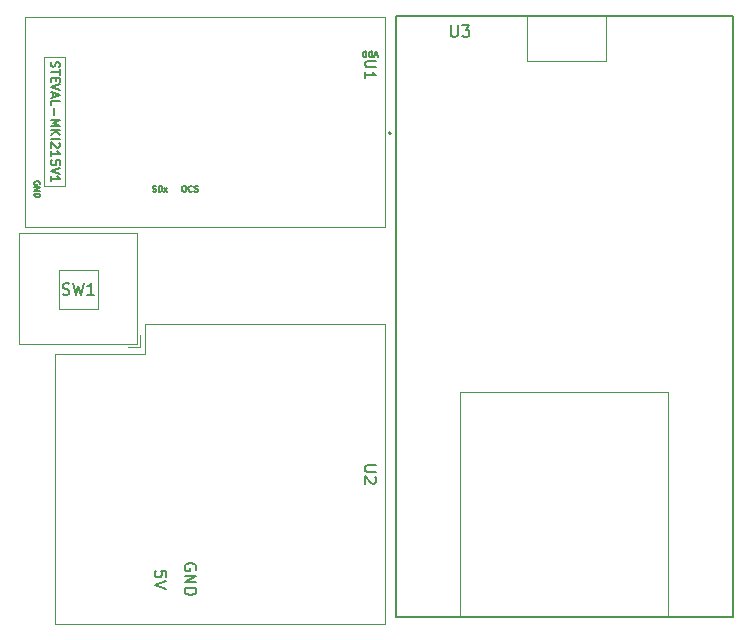
<source format=gto>
%TF.GenerationSoftware,KiCad,Pcbnew,(6.0.5)*%
%TF.CreationDate,2022-12-08T11:31:36+07:00*%
%TF.ProjectId,Device on bag,44657669-6365-4206-9f6e-206261672e6b,rev?*%
%TF.SameCoordinates,Original*%
%TF.FileFunction,Legend,Top*%
%TF.FilePolarity,Positive*%
%FSLAX46Y46*%
G04 Gerber Fmt 4.6, Leading zero omitted, Abs format (unit mm)*
G04 Created by KiCad (PCBNEW (6.0.5)) date 2022-12-08 11:31:36*
%MOMM*%
%LPD*%
G01*
G04 APERTURE LIST*
%ADD10C,0.150000*%
%ADD11C,0.127000*%
%ADD12C,0.120000*%
%ADD13C,0.200000*%
%ADD14C,1.905000*%
%ADD15R,1.800000X1.800000*%
%ADD16C,1.800000*%
%ADD17C,3.000000*%
%ADD18R,1.879600X1.879600*%
%ADD19C,1.879600*%
%ADD20R,2.000000X2.000000*%
%ADD21C,2.000000*%
G04 APERTURE END LIST*
D10*
%TO.C,U2*%
X136437619Y-91948095D02*
X135628095Y-91948095D01*
X135532857Y-91995714D01*
X135485238Y-92043333D01*
X135437619Y-92138571D01*
X135437619Y-92329047D01*
X135485238Y-92424285D01*
X135532857Y-92471904D01*
X135628095Y-92519523D01*
X136437619Y-92519523D01*
X136342380Y-92948095D02*
X136390000Y-92995714D01*
X136437619Y-93090952D01*
X136437619Y-93329047D01*
X136390000Y-93424285D01*
X136342380Y-93471904D01*
X136247142Y-93519523D01*
X136151904Y-93519523D01*
X136009047Y-93471904D01*
X135437619Y-92900476D01*
X135437619Y-93519523D01*
X121150000Y-100838095D02*
X121197619Y-100742857D01*
X121197619Y-100600000D01*
X121150000Y-100457142D01*
X121054761Y-100361904D01*
X120959523Y-100314285D01*
X120769047Y-100266666D01*
X120626190Y-100266666D01*
X120435714Y-100314285D01*
X120340476Y-100361904D01*
X120245238Y-100457142D01*
X120197619Y-100600000D01*
X120197619Y-100695238D01*
X120245238Y-100838095D01*
X120292857Y-100885714D01*
X120626190Y-100885714D01*
X120626190Y-100695238D01*
X120197619Y-101314285D02*
X121197619Y-101314285D01*
X120197619Y-101885714D01*
X121197619Y-101885714D01*
X120197619Y-102361904D02*
X121197619Y-102361904D01*
X121197619Y-102600000D01*
X121150000Y-102742857D01*
X121054761Y-102838095D01*
X120959523Y-102885714D01*
X120769047Y-102933333D01*
X120626190Y-102933333D01*
X120435714Y-102885714D01*
X120340476Y-102838095D01*
X120245238Y-102742857D01*
X120197619Y-102600000D01*
X120197619Y-102361904D01*
X118657619Y-101409523D02*
X118657619Y-100933333D01*
X118181428Y-100885714D01*
X118229047Y-100933333D01*
X118276666Y-101028571D01*
X118276666Y-101266666D01*
X118229047Y-101361904D01*
X118181428Y-101409523D01*
X118086190Y-101457142D01*
X117848095Y-101457142D01*
X117752857Y-101409523D01*
X117705238Y-101361904D01*
X117657619Y-101266666D01*
X117657619Y-101028571D01*
X117705238Y-100933333D01*
X117752857Y-100885714D01*
X118657619Y-101742857D02*
X117657619Y-102076190D01*
X118657619Y-102409523D01*
%TO.C,SW1*%
X109881666Y-77492261D02*
X110024523Y-77539880D01*
X110262619Y-77539880D01*
X110357857Y-77492261D01*
X110405476Y-77444642D01*
X110453095Y-77349404D01*
X110453095Y-77254166D01*
X110405476Y-77158928D01*
X110357857Y-77111309D01*
X110262619Y-77063690D01*
X110072142Y-77016071D01*
X109976904Y-76968452D01*
X109929285Y-76920833D01*
X109881666Y-76825595D01*
X109881666Y-76730357D01*
X109929285Y-76635119D01*
X109976904Y-76587500D01*
X110072142Y-76539880D01*
X110310238Y-76539880D01*
X110453095Y-76587500D01*
X110786428Y-76539880D02*
X111024523Y-77539880D01*
X111215000Y-76825595D01*
X111405476Y-77539880D01*
X111643571Y-76539880D01*
X112548333Y-77539880D02*
X111976904Y-77539880D01*
X112262619Y-77539880D02*
X112262619Y-76539880D01*
X112167380Y-76682738D01*
X112072142Y-76777976D01*
X111976904Y-76825595D01*
%TO.C,*%
D11*
%TO.C,U1*%
X136376833Y-57742666D02*
X135657166Y-57742666D01*
X135572500Y-57785000D01*
X135530166Y-57827333D01*
X135487833Y-57912000D01*
X135487833Y-58081333D01*
X135530166Y-58166000D01*
X135572500Y-58208333D01*
X135657166Y-58250666D01*
X136376833Y-58250666D01*
X135487833Y-59139666D02*
X135487833Y-58631666D01*
X135487833Y-58885666D02*
X136376833Y-58885666D01*
X136249833Y-58801000D01*
X136165166Y-58716333D01*
X136122833Y-58631666D01*
X136567333Y-57428190D02*
X136398000Y-56920190D01*
X136228666Y-57428190D01*
X136059333Y-56920190D02*
X136059333Y-57428190D01*
X135938380Y-57428190D01*
X135865809Y-57404000D01*
X135817428Y-57355619D01*
X135793238Y-57307238D01*
X135769047Y-57210476D01*
X135769047Y-57137904D01*
X135793238Y-57041142D01*
X135817428Y-56992761D01*
X135865809Y-56944380D01*
X135938380Y-56920190D01*
X136059333Y-56920190D01*
X135551333Y-56920190D02*
X135551333Y-57428190D01*
X135430380Y-57428190D01*
X135357809Y-57404000D01*
X135309428Y-57355619D01*
X135285238Y-57307238D01*
X135261047Y-57210476D01*
X135261047Y-57137904D01*
X135285238Y-57041142D01*
X135309428Y-56992761D01*
X135357809Y-56944380D01*
X135430380Y-56920190D01*
X135551333Y-56920190D01*
X117505238Y-68785619D02*
X117577809Y-68809809D01*
X117698761Y-68809809D01*
X117747142Y-68785619D01*
X117771333Y-68761428D01*
X117795523Y-68713047D01*
X117795523Y-68664666D01*
X117771333Y-68616285D01*
X117747142Y-68592095D01*
X117698761Y-68567904D01*
X117602000Y-68543714D01*
X117553619Y-68519523D01*
X117529428Y-68495333D01*
X117505238Y-68446952D01*
X117505238Y-68398571D01*
X117529428Y-68350190D01*
X117553619Y-68326000D01*
X117602000Y-68301809D01*
X117722952Y-68301809D01*
X117795523Y-68326000D01*
X118013238Y-68809809D02*
X118013238Y-68301809D01*
X118134190Y-68301809D01*
X118206761Y-68326000D01*
X118255142Y-68374380D01*
X118279333Y-68422761D01*
X118303523Y-68519523D01*
X118303523Y-68592095D01*
X118279333Y-68688857D01*
X118255142Y-68737238D01*
X118206761Y-68785619D01*
X118134190Y-68809809D01*
X118013238Y-68809809D01*
X118472857Y-68809809D02*
X118738952Y-68471142D01*
X118472857Y-68471142D02*
X118738952Y-68809809D01*
X120105714Y-68301809D02*
X120202476Y-68301809D01*
X120250857Y-68326000D01*
X120299238Y-68374380D01*
X120323428Y-68471142D01*
X120323428Y-68640476D01*
X120299238Y-68737238D01*
X120250857Y-68785619D01*
X120202476Y-68809809D01*
X120105714Y-68809809D01*
X120057333Y-68785619D01*
X120008952Y-68737238D01*
X119984761Y-68640476D01*
X119984761Y-68471142D01*
X120008952Y-68374380D01*
X120057333Y-68326000D01*
X120105714Y-68301809D01*
X120831428Y-68761428D02*
X120807238Y-68785619D01*
X120734666Y-68809809D01*
X120686285Y-68809809D01*
X120613714Y-68785619D01*
X120565333Y-68737238D01*
X120541142Y-68688857D01*
X120516952Y-68592095D01*
X120516952Y-68519523D01*
X120541142Y-68422761D01*
X120565333Y-68374380D01*
X120613714Y-68326000D01*
X120686285Y-68301809D01*
X120734666Y-68301809D01*
X120807238Y-68326000D01*
X120831428Y-68350190D01*
X121024952Y-68785619D02*
X121097523Y-68809809D01*
X121218476Y-68809809D01*
X121266857Y-68785619D01*
X121291047Y-68761428D01*
X121315238Y-68713047D01*
X121315238Y-68664666D01*
X121291047Y-68616285D01*
X121266857Y-68592095D01*
X121218476Y-68567904D01*
X121121714Y-68543714D01*
X121073333Y-68519523D01*
X121049142Y-68495333D01*
X121024952Y-68446952D01*
X121024952Y-68398571D01*
X121049142Y-68350190D01*
X121073333Y-68326000D01*
X121121714Y-68301809D01*
X121242666Y-68301809D01*
X121315238Y-68326000D01*
D10*
X108911571Y-57803142D02*
X108875285Y-57912000D01*
X108875285Y-58093428D01*
X108911571Y-58166000D01*
X108947857Y-58202285D01*
X109020428Y-58238571D01*
X109093000Y-58238571D01*
X109165571Y-58202285D01*
X109201857Y-58166000D01*
X109238142Y-58093428D01*
X109274428Y-57948285D01*
X109310714Y-57875714D01*
X109347000Y-57839428D01*
X109419571Y-57803142D01*
X109492142Y-57803142D01*
X109564714Y-57839428D01*
X109601000Y-57875714D01*
X109637285Y-57948285D01*
X109637285Y-58129714D01*
X109601000Y-58238571D01*
X109637285Y-58456285D02*
X109637285Y-58891714D01*
X108875285Y-58674000D02*
X109637285Y-58674000D01*
X109274428Y-59145714D02*
X109274428Y-59399714D01*
X108875285Y-59508571D02*
X108875285Y-59145714D01*
X109637285Y-59145714D01*
X109637285Y-59508571D01*
X109637285Y-59726285D02*
X108875285Y-59980285D01*
X109637285Y-60234285D01*
X109093000Y-60452000D02*
X109093000Y-60814857D01*
X108875285Y-60379428D02*
X109637285Y-60633428D01*
X108875285Y-60887428D01*
X108875285Y-61504285D02*
X108875285Y-61141428D01*
X109637285Y-61141428D01*
X109165571Y-61758285D02*
X109165571Y-62338857D01*
X108875285Y-62701714D02*
X109637285Y-62701714D01*
X109093000Y-62955714D01*
X109637285Y-63209714D01*
X108875285Y-63209714D01*
X108875285Y-63572571D02*
X109637285Y-63572571D01*
X108875285Y-64008000D02*
X109310714Y-63681428D01*
X109637285Y-64008000D02*
X109201857Y-63572571D01*
X108875285Y-64334571D02*
X109637285Y-64334571D01*
X109564714Y-64661142D02*
X109601000Y-64697428D01*
X109637285Y-64770000D01*
X109637285Y-64951428D01*
X109601000Y-65024000D01*
X109564714Y-65060285D01*
X109492142Y-65096571D01*
X109419571Y-65096571D01*
X109310714Y-65060285D01*
X108875285Y-64624857D01*
X108875285Y-65096571D01*
X108875285Y-65822285D02*
X108875285Y-65386857D01*
X108875285Y-65604571D02*
X109637285Y-65604571D01*
X109528428Y-65532000D01*
X109455857Y-65459428D01*
X109419571Y-65386857D01*
X109637285Y-66511714D02*
X109637285Y-66148857D01*
X109274428Y-66112571D01*
X109310714Y-66148857D01*
X109347000Y-66221428D01*
X109347000Y-66402857D01*
X109310714Y-66475428D01*
X109274428Y-66511714D01*
X109201857Y-66548000D01*
X109020428Y-66548000D01*
X108947857Y-66511714D01*
X108911571Y-66475428D01*
X108875285Y-66402857D01*
X108875285Y-66221428D01*
X108911571Y-66148857D01*
X108947857Y-66112571D01*
X109637285Y-66765714D02*
X108875285Y-67019714D01*
X109637285Y-67273714D01*
X108875285Y-67926857D02*
X108875285Y-67491428D01*
X108875285Y-67709142D02*
X109637285Y-67709142D01*
X109528428Y-67636571D01*
X109455857Y-67564000D01*
X109419571Y-67491428D01*
D11*
X107950000Y-68192952D02*
X107974190Y-68144571D01*
X107974190Y-68072000D01*
X107950000Y-67999428D01*
X107901619Y-67951047D01*
X107853238Y-67926857D01*
X107756476Y-67902666D01*
X107683904Y-67902666D01*
X107587142Y-67926857D01*
X107538761Y-67951047D01*
X107490380Y-67999428D01*
X107466190Y-68072000D01*
X107466190Y-68120380D01*
X107490380Y-68192952D01*
X107514571Y-68217142D01*
X107683904Y-68217142D01*
X107683904Y-68120380D01*
X107466190Y-68434857D02*
X107974190Y-68434857D01*
X107466190Y-68725142D01*
X107974190Y-68725142D01*
X107466190Y-68967047D02*
X107974190Y-68967047D01*
X107974190Y-69088000D01*
X107950000Y-69160571D01*
X107901619Y-69208952D01*
X107853238Y-69233142D01*
X107756476Y-69257333D01*
X107683904Y-69257333D01*
X107587142Y-69233142D01*
X107538761Y-69208952D01*
X107490380Y-69160571D01*
X107466190Y-69088000D01*
X107466190Y-68967047D01*
D10*
%TO.C,U3*%
X142748095Y-54697380D02*
X142748095Y-55506904D01*
X142795714Y-55602142D01*
X142843333Y-55649761D01*
X142938571Y-55697380D01*
X143129047Y-55697380D01*
X143224285Y-55649761D01*
X143271904Y-55602142D01*
X143319523Y-55506904D01*
X143319523Y-54697380D01*
X143700476Y-54697380D02*
X144319523Y-54697380D01*
X143986190Y-55078333D01*
X144129047Y-55078333D01*
X144224285Y-55125952D01*
X144271904Y-55173571D01*
X144319523Y-55268809D01*
X144319523Y-55506904D01*
X144271904Y-55602142D01*
X144224285Y-55649761D01*
X144129047Y-55697380D01*
X143843333Y-55697380D01*
X143748095Y-55649761D01*
X143700476Y-55602142D01*
D12*
%TO.C,U2*%
X109220000Y-105410000D02*
X137160000Y-105410000D01*
X137160000Y-80010000D02*
X116840000Y-80010000D01*
X116840000Y-80010000D02*
X116840000Y-82550000D01*
X137160000Y-105410000D02*
X137160000Y-80010000D01*
X109220000Y-82550000D02*
X109220000Y-105410000D01*
X116840000Y-82550000D02*
X109220000Y-82550000D01*
%TO.C,SW1*%
X109565000Y-78710000D02*
X109565000Y-75410000D01*
X115435000Y-81980000D02*
X116435000Y-81980000D01*
X116435000Y-80980000D02*
X116435000Y-81980000D01*
X106145000Y-72290000D02*
X106145000Y-81730000D01*
X116185000Y-72290000D02*
X116185000Y-81730000D01*
X106145000Y-72290000D02*
X116185000Y-72290000D01*
X112865000Y-78710000D02*
X112865000Y-75410000D01*
X106145000Y-81730000D02*
X116185000Y-81730000D01*
X109565000Y-78710000D02*
X112865000Y-78710000D01*
X109565000Y-75410000D02*
X112865000Y-75410000D01*
%TO.C,U1*%
X137160000Y-53975000D02*
X106680000Y-53975000D01*
X106680000Y-53975000D02*
X106680000Y-71755000D01*
X106680000Y-71755000D02*
X137160000Y-71755000D01*
X137160000Y-71755000D02*
X137160000Y-53975000D01*
X110109000Y-57404000D02*
X108331000Y-57404000D01*
X108331000Y-57404000D02*
X108331000Y-68326000D01*
X108331000Y-68326000D02*
X110109000Y-68326000D01*
X110109000Y-68326000D02*
X110109000Y-57404000D01*
D11*
%TO.C,U3*%
X138120000Y-53900000D02*
X166630000Y-53900000D01*
X161180000Y-104850000D02*
X166630000Y-104850000D01*
X138120000Y-104850000D02*
X143490000Y-104850000D01*
X138120000Y-53900000D02*
X149189000Y-53900000D01*
X149189000Y-53900000D02*
X155900000Y-53900000D01*
X166630000Y-53900000D02*
X166630000Y-104850000D01*
X155900000Y-53900000D02*
X166630000Y-53900000D01*
X143490000Y-104850000D02*
X161180000Y-104850000D01*
X166630000Y-104850000D02*
X138120000Y-104850000D01*
X138120000Y-104850000D02*
X138120000Y-53900000D01*
X138120000Y-104850000D02*
X138120000Y-53900000D01*
D12*
X149189000Y-53900000D02*
X155900000Y-53900000D01*
X155900000Y-53900000D02*
X155900000Y-57775000D01*
X155900000Y-57775000D02*
X149189000Y-57775000D01*
X149189000Y-57775000D02*
X149189000Y-53900000D01*
X143490000Y-104850000D02*
X161100000Y-104850000D01*
X161100000Y-104850000D02*
X161100000Y-85775000D01*
X161100000Y-85775000D02*
X143490000Y-85775000D01*
X143490000Y-85775000D02*
X143490000Y-104850000D01*
D13*
X137650000Y-63860000D02*
G75*
G03*
X137650000Y-63860000I-100000J0D01*
G01*
%TD*%
%LPC*%
D14*
%TO.C,U2*%
X135890000Y-81280000D03*
X133350000Y-81280000D03*
X130810000Y-81280000D03*
X128270000Y-81280000D03*
X125730000Y-81280000D03*
X123190000Y-81280000D03*
X120650000Y-81280000D03*
X118110000Y-81280000D03*
X118110000Y-104140000D03*
X120650000Y-104140000D03*
X123190000Y-104140000D03*
X125730000Y-104140000D03*
X128270000Y-104140000D03*
X130810000Y-104140000D03*
X133350000Y-104140000D03*
X135890000Y-104140000D03*
%TD*%
D15*
%TO.C,SW1*%
X113665000Y-80010000D03*
D16*
X111165000Y-80010000D03*
X108665000Y-80010000D03*
X113665000Y-74010000D03*
X111165000Y-74010000D03*
X108665000Y-74010000D03*
%TD*%
D17*
%TO.C,*%
X107315000Y-104140000D03*
%TD*%
D18*
%TO.C,U1*%
X135890000Y-55245000D03*
D19*
X133350000Y-55245000D03*
X130810000Y-55245000D03*
X128270000Y-55245000D03*
X125730000Y-55245000D03*
X123190000Y-55245000D03*
X120650000Y-55245000D03*
X118110000Y-55245000D03*
X115570000Y-55245000D03*
X113030000Y-55245000D03*
X110490000Y-55245000D03*
X107950000Y-55245000D03*
X107950000Y-70485000D03*
X110490000Y-70485000D03*
X113030000Y-70485000D03*
X115570000Y-70485000D03*
X118110000Y-70485000D03*
X120650000Y-70485000D03*
X123190000Y-70485000D03*
X125730000Y-70485000D03*
X128270000Y-70485000D03*
X130810000Y-70485000D03*
X133350000Y-70485000D03*
X135890000Y-70485000D03*
%TD*%
D17*
%TO.C,U3*%
X140120000Y-102850000D03*
X140120000Y-55900000D03*
X164630000Y-102850000D03*
X164630000Y-55900000D03*
D20*
X139700000Y-63860000D03*
D21*
X139700000Y-66400000D03*
X139700000Y-68940000D03*
X139700000Y-71480000D03*
X139700000Y-74020000D03*
X139700000Y-76560000D03*
X139700000Y-79100000D03*
X139700000Y-81640000D03*
X139700000Y-84180000D03*
X139700000Y-86720000D03*
X139700000Y-89260000D03*
X139700000Y-91800000D03*
X139700000Y-94340000D03*
X139700000Y-96880000D03*
X139700000Y-99420000D03*
X165100000Y-99420000D03*
X165100000Y-96880000D03*
X165100000Y-94340000D03*
X165100000Y-91800000D03*
X165100000Y-89260000D03*
X165100000Y-86720000D03*
X165100000Y-84180000D03*
X165100000Y-81640000D03*
X165100000Y-79100000D03*
X165100000Y-76560000D03*
X165100000Y-74020000D03*
X165100000Y-71480000D03*
X165100000Y-68940000D03*
X165100000Y-66400000D03*
X165100000Y-63860000D03*
%TD*%
M02*

</source>
